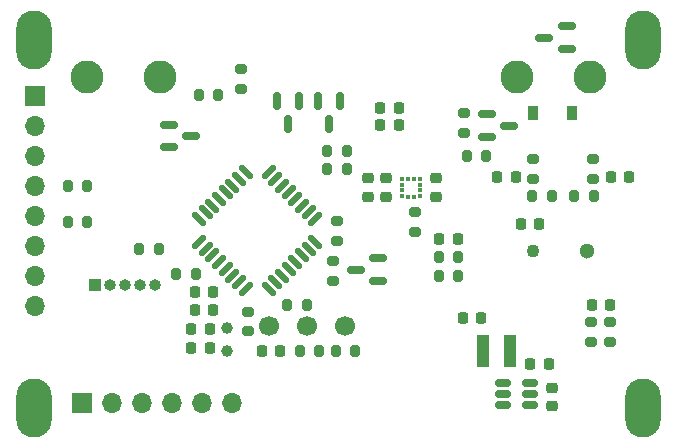
<source format=gbr>
%TF.GenerationSoftware,KiCad,Pcbnew,6.0.2-1.fc35*%
%TF.CreationDate,2022-04-22T15:47:55+02:00*%
%TF.ProjectId,LEDnode,4c45446e-6f64-4652-9e6b-696361645f70,rev?*%
%TF.SameCoordinates,Original*%
%TF.FileFunction,Soldermask,Bot*%
%TF.FilePolarity,Negative*%
%FSLAX46Y46*%
G04 Gerber Fmt 4.6, Leading zero omitted, Abs format (unit mm)*
G04 Created by KiCad (PCBNEW 6.0.2-1.fc35) date 2022-04-22 15:47:55*
%MOMM*%
%LPD*%
G01*
G04 APERTURE LIST*
G04 Aperture macros list*
%AMRoundRect*
0 Rectangle with rounded corners*
0 $1 Rounding radius*
0 $2 $3 $4 $5 $6 $7 $8 $9 X,Y pos of 4 corners*
0 Add a 4 corners polygon primitive as box body*
4,1,4,$2,$3,$4,$5,$6,$7,$8,$9,$2,$3,0*
0 Add four circle primitives for the rounded corners*
1,1,$1+$1,$2,$3*
1,1,$1+$1,$4,$5*
1,1,$1+$1,$6,$7*
1,1,$1+$1,$8,$9*
0 Add four rect primitives between the rounded corners*
20,1,$1+$1,$2,$3,$4,$5,0*
20,1,$1+$1,$4,$5,$6,$7,0*
20,1,$1+$1,$6,$7,$8,$9,0*
20,1,$1+$1,$8,$9,$2,$3,0*%
G04 Aperture macros list end*
%ADD10C,2.800000*%
%ADD11C,1.100000*%
%ADD12C,1.300000*%
%ADD13RoundRect,1.500000X0.000000X-1.000000X0.000000X-1.000000X0.000000X1.000000X0.000000X1.000000X0*%
%ADD14R,1.700000X1.700000*%
%ADD15O,1.700000X1.700000*%
%ADD16C,1.700000*%
%ADD17C,1.000000*%
%ADD18R,1.000000X1.000000*%
%ADD19O,1.000000X1.000000*%
%ADD20RoundRect,0.200000X0.275000X-0.200000X0.275000X0.200000X-0.275000X0.200000X-0.275000X-0.200000X0*%
%ADD21RoundRect,0.225000X0.225000X0.250000X-0.225000X0.250000X-0.225000X-0.250000X0.225000X-0.250000X0*%
%ADD22RoundRect,0.150000X0.587500X0.150000X-0.587500X0.150000X-0.587500X-0.150000X0.587500X-0.150000X0*%
%ADD23RoundRect,0.150000X-0.587500X-0.150000X0.587500X-0.150000X0.587500X0.150000X-0.587500X0.150000X0*%
%ADD24RoundRect,0.225000X-0.225000X-0.250000X0.225000X-0.250000X0.225000X0.250000X-0.225000X0.250000X0*%
%ADD25RoundRect,0.150000X-0.150000X0.587500X-0.150000X-0.587500X0.150000X-0.587500X0.150000X0.587500X0*%
%ADD26RoundRect,0.200000X0.200000X0.275000X-0.200000X0.275000X-0.200000X-0.275000X0.200000X-0.275000X0*%
%ADD27RoundRect,0.225000X0.250000X-0.225000X0.250000X0.225000X-0.250000X0.225000X-0.250000X-0.225000X0*%
%ADD28RoundRect,0.200000X-0.200000X-0.275000X0.200000X-0.275000X0.200000X0.275000X-0.200000X0.275000X0*%
%ADD29RoundRect,0.225000X-0.250000X0.225000X-0.250000X-0.225000X0.250000X-0.225000X0.250000X0.225000X0*%
%ADD30RoundRect,0.150000X0.512500X0.150000X-0.512500X0.150000X-0.512500X-0.150000X0.512500X-0.150000X0*%
%ADD31RoundRect,0.200000X-0.275000X0.200000X-0.275000X-0.200000X0.275000X-0.200000X0.275000X0.200000X0*%
%ADD32R,0.375000X0.350000*%
%ADD33R,0.350000X0.375000*%
%ADD34R,0.900000X1.200000*%
%ADD35R,1.000000X2.750000*%
%ADD36RoundRect,0.125000X-0.353553X-0.530330X0.530330X0.353553X0.353553X0.530330X-0.530330X-0.353553X0*%
%ADD37RoundRect,0.125000X0.353553X-0.530330X0.530330X-0.353553X-0.353553X0.530330X-0.530330X0.353553X0*%
G04 APERTURE END LIST*
D10*
%TO.C,J1*%
X82700000Y-74250000D03*
X88900000Y-74250000D03*
X119100000Y-74250000D03*
X125300000Y-74250000D03*
%TD*%
D11*
%TO.C,SW1*%
X120500000Y-89000000D03*
D12*
X125000000Y-89000000D03*
%TD*%
D13*
%TO.C,H4*%
X78200000Y-71200000D03*
%TD*%
D14*
%TO.C,J3*%
X82300000Y-101900000D03*
D15*
X84840000Y-101900000D03*
X87380000Y-101900000D03*
X89920000Y-101900000D03*
X92460000Y-101900000D03*
X95000000Y-101900000D03*
%TD*%
D13*
%TO.C,H3*%
X129800000Y-102300000D03*
%TD*%
D16*
%TO.C,SW2*%
X104541964Y-95361429D03*
X101341964Y-95361429D03*
X98141964Y-95361429D03*
%TD*%
D13*
%TO.C,H1*%
X129800000Y-71200000D03*
%TD*%
D14*
%TO.C,J4*%
X78300000Y-75900000D03*
D15*
X78300000Y-78440000D03*
X78300000Y-80980000D03*
X78300000Y-83520000D03*
X78300000Y-86060000D03*
X78300000Y-88600000D03*
X78300000Y-91140000D03*
X78300000Y-93680000D03*
%TD*%
D17*
%TO.C,Y1*%
X94550000Y-95550000D03*
X94550000Y-97450000D03*
%TD*%
D18*
%TO.C,J2*%
X83350000Y-91900000D03*
D19*
X84620000Y-91900000D03*
X85890000Y-91900000D03*
X87160000Y-91900000D03*
X88430000Y-91900000D03*
%TD*%
D13*
%TO.C,H2*%
X78200000Y-102300000D03*
%TD*%
D20*
%TO.C,R10*%
X125500000Y-82925000D03*
X125500000Y-81275000D03*
%TD*%
D21*
%TO.C,C7*%
X93375000Y-94000000D03*
X91825000Y-94000000D03*
%TD*%
%TO.C,C8*%
X93075000Y-97200000D03*
X91525000Y-97200000D03*
%TD*%
D22*
%TO.C,Q5*%
X123300000Y-70000000D03*
X123300000Y-71900000D03*
X121425000Y-70950000D03*
%TD*%
D21*
%TO.C,C6*%
X93375000Y-92500000D03*
X91825000Y-92500000D03*
%TD*%
D23*
%TO.C,Q1*%
X89662500Y-80250000D03*
X89662500Y-78350000D03*
X91537500Y-79300000D03*
%TD*%
D24*
%TO.C,C17*%
X127025000Y-82800000D03*
X128575000Y-82800000D03*
%TD*%
D25*
%TO.C,Q2*%
X98750000Y-76362500D03*
X100650000Y-76362500D03*
X99700000Y-78237500D03*
%TD*%
D26*
%TO.C,R18*%
X93825000Y-75800000D03*
X92175000Y-75800000D03*
%TD*%
D21*
%TO.C,C15*%
X120975000Y-86700000D03*
X119425000Y-86700000D03*
%TD*%
D27*
%TO.C,C3*%
X122100000Y-102175000D03*
X122100000Y-100625000D03*
%TD*%
D28*
%TO.C,R17*%
X81075000Y-83500000D03*
X82725000Y-83500000D03*
%TD*%
D29*
%TO.C,C14*%
X108025000Y-82875000D03*
X108025000Y-84425000D03*
%TD*%
D20*
%TO.C,R11*%
X120500000Y-82925000D03*
X120500000Y-81275000D03*
%TD*%
D24*
%TO.C,C19*%
X112525000Y-88000000D03*
X114075000Y-88000000D03*
%TD*%
D26*
%TO.C,R1*%
X122050000Y-84400000D03*
X120400000Y-84400000D03*
%TD*%
D20*
%TO.C,R15*%
X127000000Y-96725000D03*
X127000000Y-95075000D03*
%TD*%
D22*
%TO.C,Q4*%
X107375000Y-89650000D03*
X107375000Y-91550000D03*
X105500000Y-90600000D03*
%TD*%
D29*
%TO.C,C13*%
X106525000Y-82875000D03*
X106525000Y-84425000D03*
%TD*%
D24*
%TO.C,C16*%
X117450000Y-82800000D03*
X119000000Y-82800000D03*
%TD*%
D26*
%TO.C,R6*%
X114125000Y-91100000D03*
X112475000Y-91100000D03*
%TD*%
D21*
%TO.C,C1*%
X116100000Y-94700000D03*
X114550000Y-94700000D03*
%TD*%
D30*
%TO.C,U4*%
X120175000Y-100200000D03*
X120175000Y-101150000D03*
X120175000Y-102100000D03*
X117900000Y-102100000D03*
X117900000Y-101150000D03*
X117900000Y-100200000D03*
%TD*%
D28*
%TO.C,R7*%
X123975000Y-84400000D03*
X125625000Y-84400000D03*
%TD*%
D26*
%TO.C,R21*%
X104675000Y-82050000D03*
X103025000Y-82050000D03*
%TD*%
D21*
%TO.C,C9*%
X93075000Y-95600000D03*
X91525000Y-95600000D03*
%TD*%
%TO.C,C11*%
X109087011Y-76875000D03*
X107537011Y-76875000D03*
%TD*%
D28*
%TO.C,R16*%
X81075000Y-86600000D03*
X82725000Y-86600000D03*
%TD*%
D31*
%TO.C,R25*%
X103900000Y-86525000D03*
X103900000Y-88175000D03*
%TD*%
D23*
%TO.C,Q6*%
X116525000Y-79350000D03*
X116525000Y-77450000D03*
X118400000Y-78400000D03*
%TD*%
D32*
%TO.C,U6*%
X110887500Y-82900000D03*
X110887500Y-83400000D03*
X110887500Y-83900000D03*
X110887500Y-84400000D03*
D33*
X110375000Y-84412500D03*
X109875000Y-84412500D03*
D32*
X109362500Y-84400000D03*
X109362500Y-83900000D03*
X109362500Y-83400000D03*
X109362500Y-82900000D03*
D33*
X109875000Y-82887500D03*
X110375000Y-82887500D03*
%TD*%
D21*
%TO.C,C20*%
X126975000Y-93600000D03*
X125425000Y-93600000D03*
%TD*%
D24*
%TO.C,C4*%
X120250000Y-98600000D03*
X121800000Y-98600000D03*
%TD*%
D21*
%TO.C,C18*%
X99075000Y-97500000D03*
X97525000Y-97500000D03*
%TD*%
D31*
%TO.C,R20*%
X110500000Y-85725000D03*
X110500000Y-87375000D03*
%TD*%
D26*
%TO.C,R5*%
X101325000Y-93600000D03*
X99675000Y-93600000D03*
%TD*%
D34*
%TO.C,D1*%
X123750000Y-77300000D03*
X120450000Y-77300000D03*
%TD*%
D26*
%TO.C,R22*%
X88775000Y-88850000D03*
X87125000Y-88850000D03*
%TD*%
D20*
%TO.C,R3*%
X96300000Y-95825000D03*
X96300000Y-94175000D03*
%TD*%
D21*
%TO.C,C10*%
X109087011Y-78375000D03*
X107537011Y-78375000D03*
%TD*%
D20*
%TO.C,R14*%
X125400000Y-96725000D03*
X125400000Y-95075000D03*
%TD*%
D25*
%TO.C,Q3*%
X102250000Y-76362500D03*
X104150000Y-76362500D03*
X103200000Y-78237500D03*
%TD*%
D27*
%TO.C,C12*%
X112225000Y-84425000D03*
X112225000Y-82875000D03*
%TD*%
D28*
%TO.C,R4*%
X90250000Y-91000000D03*
X91900000Y-91000000D03*
%TD*%
%TO.C,R19*%
X103025000Y-80550000D03*
X104675000Y-80550000D03*
%TD*%
D26*
%TO.C,R12*%
X114125000Y-89500000D03*
X112475000Y-89500000D03*
%TD*%
D20*
%TO.C,R13*%
X114600000Y-79025000D03*
X114600000Y-77375000D03*
%TD*%
D26*
%TO.C,R9*%
X105425000Y-97500000D03*
X103775000Y-97500000D03*
%TD*%
D31*
%TO.C,R23*%
X95750000Y-73625000D03*
X95750000Y-75275000D03*
%TD*%
D28*
%TO.C,R2*%
X100700000Y-97500000D03*
X102350000Y-97500000D03*
%TD*%
D35*
%TO.C,L1*%
X116250000Y-97500000D03*
X118550000Y-97500000D03*
%TD*%
D36*
%TO.C,U1*%
X96127728Y-92232070D03*
X95562043Y-91666384D03*
X94996357Y-91100699D03*
X94430672Y-90535014D03*
X93864986Y-89969328D03*
X93299301Y-89403643D03*
X92733616Y-88837957D03*
X92167930Y-88272272D03*
D37*
X92167930Y-86327728D03*
X92733616Y-85762043D03*
X93299301Y-85196357D03*
X93864986Y-84630672D03*
X94430672Y-84064986D03*
X94996357Y-83499301D03*
X95562043Y-82933616D03*
X96127728Y-82367930D03*
D36*
X98072272Y-82367930D03*
X98637957Y-82933616D03*
X99203643Y-83499301D03*
X99769328Y-84064986D03*
X100335014Y-84630672D03*
X100900699Y-85196357D03*
X101466384Y-85762043D03*
X102032070Y-86327728D03*
D37*
X102032070Y-88272272D03*
X101466384Y-88837957D03*
X100900699Y-89403643D03*
X100335014Y-89969328D03*
X99769328Y-90535014D03*
X99203643Y-91100699D03*
X98637957Y-91666384D03*
X98072272Y-92232070D03*
%TD*%
D31*
%TO.C,R24*%
X103500000Y-89875000D03*
X103500000Y-91525000D03*
%TD*%
D28*
%TO.C,R8*%
X114850000Y-81000000D03*
X116500000Y-81000000D03*
%TD*%
M02*

</source>
